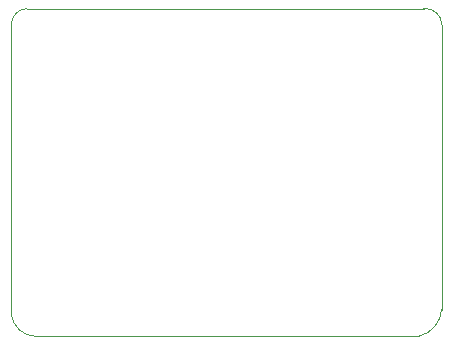
<source format=gbr>
%TF.GenerationSoftware,KiCad,Pcbnew,(6.0.7)*%
%TF.CreationDate,2023-01-24T00:42:55-08:00*%
%TF.ProjectId,Sensors,53656e73-6f72-4732-9e6b-696361645f70,rev?*%
%TF.SameCoordinates,Original*%
%TF.FileFunction,Profile,NP*%
%FSLAX46Y46*%
G04 Gerber Fmt 4.6, Leading zero omitted, Abs format (unit mm)*
G04 Created by KiCad (PCBNEW (6.0.7)) date 2023-01-24 00:42:55*
%MOMM*%
%LPD*%
G01*
G04 APERTURE LIST*
%TA.AperFunction,Profile*%
%ADD10C,0.050000*%
%TD*%
G04 APERTURE END LIST*
D10*
X120576227Y-73077837D02*
G75*
G03*
X122470373Y-70847355I-570442J2403929D01*
G01*
X122492927Y-46726652D02*
G75*
G03*
X120940128Y-45342244I-1393110J481D01*
G01*
X88130603Y-73106788D02*
X120578388Y-73086945D01*
X87335430Y-45350400D02*
X120940128Y-45342244D01*
X86038637Y-46733030D02*
X86020111Y-71176618D01*
X87335433Y-45350467D02*
G75*
G03*
X86038637Y-46733030I56267J-1352233D01*
G01*
X86022030Y-71176416D02*
G75*
G03*
X88130603Y-73106788I2144549J225724D01*
G01*
X122492927Y-46726652D02*
X122470373Y-70847355D01*
M02*

</source>
